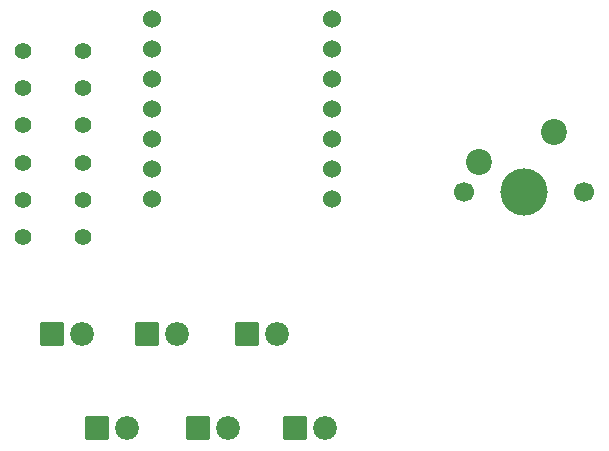
<source format=gbr>
%TF.GenerationSoftware,KiCad,Pcbnew,9.0.3*%
%TF.CreationDate,2025-07-29T19:30:13-04:00*%
%TF.ProjectId,Pathfinder,50617468-6669-46e6-9465-722e6b696361,rev?*%
%TF.SameCoordinates,Original*%
%TF.FileFunction,Soldermask,Bot*%
%TF.FilePolarity,Negative*%
%FSLAX46Y46*%
G04 Gerber Fmt 4.6, Leading zero omitted, Abs format (unit mm)*
G04 Created by KiCad (PCBNEW 9.0.3) date 2025-07-29 19:30:13*
%MOMM*%
%LPD*%
G01*
G04 APERTURE LIST*
G04 Aperture macros list*
%AMRoundRect*
0 Rectangle with rounded corners*
0 $1 Rounding radius*
0 $2 $3 $4 $5 $6 $7 $8 $9 X,Y pos of 4 corners*
0 Add a 4 corners polygon primitive as box body*
4,1,4,$2,$3,$4,$5,$6,$7,$8,$9,$2,$3,0*
0 Add four circle primitives for the rounded corners*
1,1,$1+$1,$2,$3*
1,1,$1+$1,$4,$5*
1,1,$1+$1,$6,$7*
1,1,$1+$1,$8,$9*
0 Add four rect primitives between the rounded corners*
20,1,$1+$1,$2,$3,$4,$5,0*
20,1,$1+$1,$4,$5,$6,$7,0*
20,1,$1+$1,$6,$7,$8,$9,0*
20,1,$1+$1,$8,$9,$2,$3,0*%
G04 Aperture macros list end*
%ADD10C,1.400000*%
%ADD11C,1.524000*%
%ADD12RoundRect,0.102000X-0.907500X-0.907500X0.907500X-0.907500X0.907500X0.907500X-0.907500X0.907500X0*%
%ADD13C,2.019000*%
%ADD14C,1.700000*%
%ADD15C,4.000000*%
%ADD16C,2.200000*%
G04 APERTURE END LIST*
D10*
%TO.C,R1*%
X151960000Y-80050000D03*
X157040000Y-80050000D03*
%TD*%
D11*
%TO.C,U1*%
X162880000Y-77380000D03*
X162880000Y-79920000D03*
X162880000Y-82460000D03*
X162880000Y-85000000D03*
X162880000Y-87540000D03*
X162880000Y-90080000D03*
X162880000Y-92620000D03*
X178120000Y-92620000D03*
X178120000Y-90080000D03*
X178120000Y-87540000D03*
X178120000Y-85000000D03*
X178120000Y-82460000D03*
X178120000Y-79920000D03*
X178120000Y-77380000D03*
%TD*%
D12*
%TO.C,D2*%
X162500000Y-104000000D03*
D13*
X165040000Y-104000000D03*
%TD*%
D10*
%TO.C,R6*%
X151960000Y-95800000D03*
X157040000Y-95800000D03*
%TD*%
%TO.C,R3*%
X151960000Y-86350000D03*
X157040000Y-86350000D03*
%TD*%
D14*
%TO.C,SW1*%
X189340000Y-92000000D03*
D15*
X194420000Y-92000000D03*
D14*
X199500000Y-92000000D03*
D16*
X196960000Y-86920000D03*
X190610000Y-89460000D03*
%TD*%
D12*
%TO.C,D1*%
X154460000Y-104000000D03*
D13*
X157000000Y-104000000D03*
%TD*%
D12*
%TO.C,D3*%
X170960000Y-104000000D03*
D13*
X173500000Y-104000000D03*
%TD*%
D12*
%TO.C,D6*%
X175000000Y-112000000D03*
D13*
X177540000Y-112000000D03*
%TD*%
D12*
%TO.C,D4*%
X158270000Y-112000000D03*
D13*
X160810000Y-112000000D03*
%TD*%
D10*
%TO.C,R5*%
X151960000Y-92650000D03*
X157040000Y-92650000D03*
%TD*%
D12*
%TO.C,D5*%
X166770000Y-112000000D03*
D13*
X169310000Y-112000000D03*
%TD*%
D10*
%TO.C,R2*%
X151960000Y-83200000D03*
X157040000Y-83200000D03*
%TD*%
%TO.C,R4*%
X151960000Y-89500000D03*
X157040000Y-89500000D03*
%TD*%
M02*

</source>
